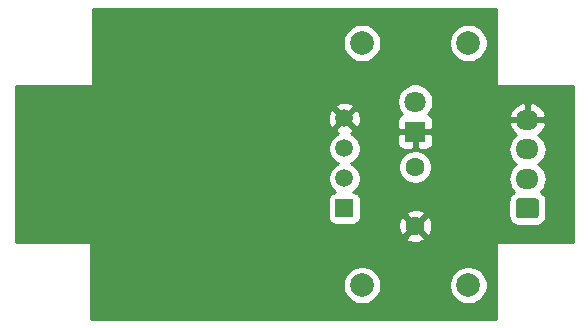
<source format=gbr>
G04 #@! TF.GenerationSoftware,KiCad,Pcbnew,5.1.10-88a1d61d58~90~ubuntu20.04.1*
G04 #@! TF.CreationDate,2022-01-16T21:05:33+00:00*
G04 #@! TF.ProjectId,hum_temp_sensor,68756d5f-7465-46d7-905f-73656e736f72,rev?*
G04 #@! TF.SameCoordinates,Original*
G04 #@! TF.FileFunction,Copper,L2,Bot*
G04 #@! TF.FilePolarity,Positive*
%FSLAX46Y46*%
G04 Gerber Fmt 4.6, Leading zero omitted, Abs format (unit mm)*
G04 Created by KiCad (PCBNEW 5.1.10-88a1d61d58~90~ubuntu20.04.1) date 2022-01-16 21:05:33*
%MOMM*%
%LPD*%
G01*
G04 APERTURE LIST*
G04 #@! TA.AperFunction,ComponentPad*
%ADD10C,1.500000*%
G04 #@! TD*
G04 #@! TA.AperFunction,ComponentPad*
%ADD11R,1.500000X1.500000*%
G04 #@! TD*
G04 #@! TA.AperFunction,ComponentPad*
%ADD12C,2.000000*%
G04 #@! TD*
G04 #@! TA.AperFunction,ComponentPad*
%ADD13O,1.950000X1.700000*%
G04 #@! TD*
G04 #@! TA.AperFunction,ComponentPad*
%ADD14C,1.800000*%
G04 #@! TD*
G04 #@! TA.AperFunction,ComponentPad*
%ADD15R,1.800000X1.800000*%
G04 #@! TD*
G04 #@! TA.AperFunction,ComponentPad*
%ADD16C,1.600000*%
G04 #@! TD*
G04 #@! TA.AperFunction,Conductor*
%ADD17C,0.254000*%
G04 #@! TD*
G04 #@! TA.AperFunction,Conductor*
%ADD18C,0.100000*%
G04 #@! TD*
G04 APERTURE END LIST*
D10*
X114000000Y-105380000D03*
X114000000Y-107920000D03*
X114000000Y-110460000D03*
D11*
X114000000Y-113000000D03*
D12*
X115500000Y-99000000D03*
X124500000Y-99000000D03*
X124500000Y-119500000D03*
X115500000Y-119500000D03*
D13*
X129500000Y-105500000D03*
X129500000Y-108000000D03*
X129500000Y-110500000D03*
G04 #@! TA.AperFunction,ComponentPad*
G36*
G01*
X130225000Y-113850000D02*
X128775000Y-113850000D01*
G75*
G02*
X128525000Y-113600000I0J250000D01*
G01*
X128525000Y-112400000D01*
G75*
G02*
X128775000Y-112150000I250000J0D01*
G01*
X130225000Y-112150000D01*
G75*
G02*
X130475000Y-112400000I0J-250000D01*
G01*
X130475000Y-113600000D01*
G75*
G02*
X130225000Y-113850000I-250000J0D01*
G01*
G37*
G04 #@! TD.AperFunction*
D14*
X120000000Y-103960000D03*
D15*
X120000000Y-106500000D03*
D16*
X120000000Y-114500000D03*
X120000000Y-109500000D03*
D17*
X126873000Y-102489000D02*
X126875440Y-102513776D01*
X126882667Y-102537601D01*
X126894403Y-102559557D01*
X126910197Y-102578803D01*
X126929443Y-102594597D01*
X126951399Y-102606333D01*
X126975224Y-102613560D01*
X127000000Y-102616000D01*
X133340000Y-102616000D01*
X133340001Y-115824000D01*
X127000000Y-115824000D01*
X126975224Y-115826440D01*
X126951399Y-115833667D01*
X126929443Y-115845403D01*
X126910197Y-115861197D01*
X126894403Y-115880443D01*
X126882667Y-115902399D01*
X126875440Y-115926224D01*
X126873000Y-115951000D01*
X126873000Y-122340000D01*
X92583000Y-122340000D01*
X92583000Y-119338967D01*
X113865000Y-119338967D01*
X113865000Y-119661033D01*
X113927832Y-119976912D01*
X114051082Y-120274463D01*
X114230013Y-120542252D01*
X114457748Y-120769987D01*
X114725537Y-120948918D01*
X115023088Y-121072168D01*
X115338967Y-121135000D01*
X115661033Y-121135000D01*
X115976912Y-121072168D01*
X116274463Y-120948918D01*
X116542252Y-120769987D01*
X116769987Y-120542252D01*
X116948918Y-120274463D01*
X117072168Y-119976912D01*
X117135000Y-119661033D01*
X117135000Y-119338967D01*
X122865000Y-119338967D01*
X122865000Y-119661033D01*
X122927832Y-119976912D01*
X123051082Y-120274463D01*
X123230013Y-120542252D01*
X123457748Y-120769987D01*
X123725537Y-120948918D01*
X124023088Y-121072168D01*
X124338967Y-121135000D01*
X124661033Y-121135000D01*
X124976912Y-121072168D01*
X125274463Y-120948918D01*
X125542252Y-120769987D01*
X125769987Y-120542252D01*
X125948918Y-120274463D01*
X126072168Y-119976912D01*
X126135000Y-119661033D01*
X126135000Y-119338967D01*
X126072168Y-119023088D01*
X125948918Y-118725537D01*
X125769987Y-118457748D01*
X125542252Y-118230013D01*
X125274463Y-118051082D01*
X124976912Y-117927832D01*
X124661033Y-117865000D01*
X124338967Y-117865000D01*
X124023088Y-117927832D01*
X123725537Y-118051082D01*
X123457748Y-118230013D01*
X123230013Y-118457748D01*
X123051082Y-118725537D01*
X122927832Y-119023088D01*
X122865000Y-119338967D01*
X117135000Y-119338967D01*
X117072168Y-119023088D01*
X116948918Y-118725537D01*
X116769987Y-118457748D01*
X116542252Y-118230013D01*
X116274463Y-118051082D01*
X115976912Y-117927832D01*
X115661033Y-117865000D01*
X115338967Y-117865000D01*
X115023088Y-117927832D01*
X114725537Y-118051082D01*
X114457748Y-118230013D01*
X114230013Y-118457748D01*
X114051082Y-118725537D01*
X113927832Y-119023088D01*
X113865000Y-119338967D01*
X92583000Y-119338967D01*
X92583000Y-115951000D01*
X92580560Y-115926224D01*
X92573333Y-115902399D01*
X92561597Y-115880443D01*
X92545803Y-115861197D01*
X92526557Y-115845403D01*
X92504601Y-115833667D01*
X92480776Y-115826440D01*
X92456000Y-115824000D01*
X86160000Y-115824000D01*
X86160000Y-115492702D01*
X119186903Y-115492702D01*
X119258486Y-115736671D01*
X119513996Y-115857571D01*
X119788184Y-115926300D01*
X120070512Y-115940217D01*
X120350130Y-115898787D01*
X120616292Y-115803603D01*
X120741514Y-115736671D01*
X120813097Y-115492702D01*
X120000000Y-114679605D01*
X119186903Y-115492702D01*
X86160000Y-115492702D01*
X86160000Y-114570512D01*
X118559783Y-114570512D01*
X118601213Y-114850130D01*
X118696397Y-115116292D01*
X118763329Y-115241514D01*
X119007298Y-115313097D01*
X119820395Y-114500000D01*
X120179605Y-114500000D01*
X120992702Y-115313097D01*
X121236671Y-115241514D01*
X121357571Y-114986004D01*
X121426300Y-114711816D01*
X121440217Y-114429488D01*
X121398787Y-114149870D01*
X121303603Y-113883708D01*
X121236671Y-113758486D01*
X120992702Y-113686903D01*
X120179605Y-114500000D01*
X119820395Y-114500000D01*
X119007298Y-113686903D01*
X118763329Y-113758486D01*
X118642429Y-114013996D01*
X118573700Y-114288184D01*
X118559783Y-114570512D01*
X86160000Y-114570512D01*
X86160000Y-112250000D01*
X112611928Y-112250000D01*
X112611928Y-113750000D01*
X112624188Y-113874482D01*
X112660498Y-113994180D01*
X112719463Y-114104494D01*
X112798815Y-114201185D01*
X112895506Y-114280537D01*
X113005820Y-114339502D01*
X113125518Y-114375812D01*
X113250000Y-114388072D01*
X114750000Y-114388072D01*
X114874482Y-114375812D01*
X114994180Y-114339502D01*
X115104494Y-114280537D01*
X115201185Y-114201185D01*
X115280537Y-114104494D01*
X115339502Y-113994180D01*
X115375812Y-113874482D01*
X115388072Y-113750000D01*
X115388072Y-113507298D01*
X119186903Y-113507298D01*
X120000000Y-114320395D01*
X120813097Y-113507298D01*
X120741514Y-113263329D01*
X120486004Y-113142429D01*
X120211816Y-113073700D01*
X119929488Y-113059783D01*
X119649870Y-113101213D01*
X119383708Y-113196397D01*
X119258486Y-113263329D01*
X119186903Y-113507298D01*
X115388072Y-113507298D01*
X115388072Y-112250000D01*
X115375812Y-112125518D01*
X115339502Y-112005820D01*
X115280537Y-111895506D01*
X115201185Y-111798815D01*
X115104494Y-111719463D01*
X114994180Y-111660498D01*
X114874482Y-111624188D01*
X114766517Y-111613555D01*
X114882886Y-111535799D01*
X115075799Y-111342886D01*
X115227371Y-111116043D01*
X115331775Y-110863989D01*
X115385000Y-110596411D01*
X115385000Y-110323589D01*
X115331775Y-110056011D01*
X115227371Y-109803957D01*
X115075799Y-109577114D01*
X114882886Y-109384201D01*
X114844669Y-109358665D01*
X118565000Y-109358665D01*
X118565000Y-109641335D01*
X118620147Y-109918574D01*
X118728320Y-110179727D01*
X118885363Y-110414759D01*
X119085241Y-110614637D01*
X119320273Y-110771680D01*
X119581426Y-110879853D01*
X119858665Y-110935000D01*
X120141335Y-110935000D01*
X120418574Y-110879853D01*
X120679727Y-110771680D01*
X120914759Y-110614637D01*
X121114637Y-110414759D01*
X121271680Y-110179727D01*
X121379853Y-109918574D01*
X121435000Y-109641335D01*
X121435000Y-109358665D01*
X121379853Y-109081426D01*
X121271680Y-108820273D01*
X121114637Y-108585241D01*
X120914759Y-108385363D01*
X120679727Y-108228320D01*
X120418574Y-108120147D01*
X120141335Y-108065000D01*
X119858665Y-108065000D01*
X119581426Y-108120147D01*
X119320273Y-108228320D01*
X119085241Y-108385363D01*
X118885363Y-108585241D01*
X118728320Y-108820273D01*
X118620147Y-109081426D01*
X118565000Y-109358665D01*
X114844669Y-109358665D01*
X114656043Y-109232629D01*
X114553127Y-109190000D01*
X114656043Y-109147371D01*
X114882886Y-108995799D01*
X115075799Y-108802886D01*
X115227371Y-108576043D01*
X115331775Y-108323989D01*
X115385000Y-108056411D01*
X115385000Y-107783589D01*
X115331775Y-107516011D01*
X115283722Y-107400000D01*
X118461928Y-107400000D01*
X118474188Y-107524482D01*
X118510498Y-107644180D01*
X118569463Y-107754494D01*
X118648815Y-107851185D01*
X118745506Y-107930537D01*
X118855820Y-107989502D01*
X118975518Y-108025812D01*
X119100000Y-108038072D01*
X119714250Y-108035000D01*
X119873000Y-107876250D01*
X119873000Y-106627000D01*
X120127000Y-106627000D01*
X120127000Y-107876250D01*
X120285750Y-108035000D01*
X120900000Y-108038072D01*
X121024482Y-108025812D01*
X121109572Y-108000000D01*
X127882815Y-108000000D01*
X127911487Y-108291111D01*
X127996401Y-108571034D01*
X128134294Y-108829014D01*
X128319866Y-109055134D01*
X128545986Y-109240706D01*
X128563374Y-109250000D01*
X128545986Y-109259294D01*
X128319866Y-109444866D01*
X128134294Y-109670986D01*
X127996401Y-109928966D01*
X127911487Y-110208889D01*
X127882815Y-110500000D01*
X127911487Y-110791111D01*
X127996401Y-111071034D01*
X128134294Y-111329014D01*
X128319866Y-111555134D01*
X128383337Y-111607223D01*
X128281614Y-111661595D01*
X128147038Y-111772038D01*
X128036595Y-111906614D01*
X127954528Y-112060150D01*
X127903992Y-112226746D01*
X127886928Y-112400000D01*
X127886928Y-113600000D01*
X127903992Y-113773254D01*
X127954528Y-113939850D01*
X128036595Y-114093386D01*
X128147038Y-114227962D01*
X128281614Y-114338405D01*
X128435150Y-114420472D01*
X128601746Y-114471008D01*
X128775000Y-114488072D01*
X130225000Y-114488072D01*
X130398254Y-114471008D01*
X130564850Y-114420472D01*
X130718386Y-114338405D01*
X130852962Y-114227962D01*
X130963405Y-114093386D01*
X131045472Y-113939850D01*
X131096008Y-113773254D01*
X131113072Y-113600000D01*
X131113072Y-112400000D01*
X131096008Y-112226746D01*
X131045472Y-112060150D01*
X130963405Y-111906614D01*
X130852962Y-111772038D01*
X130718386Y-111661595D01*
X130616663Y-111607223D01*
X130680134Y-111555134D01*
X130865706Y-111329014D01*
X131003599Y-111071034D01*
X131088513Y-110791111D01*
X131117185Y-110500000D01*
X131088513Y-110208889D01*
X131003599Y-109928966D01*
X130865706Y-109670986D01*
X130680134Y-109444866D01*
X130454014Y-109259294D01*
X130436626Y-109250000D01*
X130454014Y-109240706D01*
X130680134Y-109055134D01*
X130865706Y-108829014D01*
X131003599Y-108571034D01*
X131088513Y-108291111D01*
X131117185Y-108000000D01*
X131088513Y-107708889D01*
X131003599Y-107428966D01*
X130865706Y-107170986D01*
X130680134Y-106944866D01*
X130454014Y-106759294D01*
X130428278Y-106745538D01*
X130634429Y-106589049D01*
X130827496Y-106371193D01*
X130974352Y-106119858D01*
X131066476Y-105856890D01*
X130945155Y-105627000D01*
X129627000Y-105627000D01*
X129627000Y-105647000D01*
X129373000Y-105647000D01*
X129373000Y-105627000D01*
X128054845Y-105627000D01*
X127933524Y-105856890D01*
X128025648Y-106119858D01*
X128172504Y-106371193D01*
X128365571Y-106589049D01*
X128571722Y-106745538D01*
X128545986Y-106759294D01*
X128319866Y-106944866D01*
X128134294Y-107170986D01*
X127996401Y-107428966D01*
X127911487Y-107708889D01*
X127882815Y-108000000D01*
X121109572Y-108000000D01*
X121144180Y-107989502D01*
X121254494Y-107930537D01*
X121351185Y-107851185D01*
X121430537Y-107754494D01*
X121489502Y-107644180D01*
X121525812Y-107524482D01*
X121538072Y-107400000D01*
X121535000Y-106785750D01*
X121376250Y-106627000D01*
X120127000Y-106627000D01*
X119873000Y-106627000D01*
X118623750Y-106627000D01*
X118465000Y-106785750D01*
X118461928Y-107400000D01*
X115283722Y-107400000D01*
X115227371Y-107263957D01*
X115075799Y-107037114D01*
X114882886Y-106844201D01*
X114656043Y-106692629D01*
X114556721Y-106651489D01*
X114598832Y-106636277D01*
X114711863Y-106575860D01*
X114777388Y-106336993D01*
X114000000Y-105559605D01*
X113222612Y-106336993D01*
X113288137Y-106575860D01*
X113446477Y-106650164D01*
X113343957Y-106692629D01*
X113117114Y-106844201D01*
X112924201Y-107037114D01*
X112772629Y-107263957D01*
X112668225Y-107516011D01*
X112615000Y-107783589D01*
X112615000Y-108056411D01*
X112668225Y-108323989D01*
X112772629Y-108576043D01*
X112924201Y-108802886D01*
X113117114Y-108995799D01*
X113343957Y-109147371D01*
X113446873Y-109190000D01*
X113343957Y-109232629D01*
X113117114Y-109384201D01*
X112924201Y-109577114D01*
X112772629Y-109803957D01*
X112668225Y-110056011D01*
X112615000Y-110323589D01*
X112615000Y-110596411D01*
X112668225Y-110863989D01*
X112772629Y-111116043D01*
X112924201Y-111342886D01*
X113117114Y-111535799D01*
X113233483Y-111613555D01*
X113125518Y-111624188D01*
X113005820Y-111660498D01*
X112895506Y-111719463D01*
X112798815Y-111798815D01*
X112719463Y-111895506D01*
X112660498Y-112005820D01*
X112624188Y-112125518D01*
X112611928Y-112250000D01*
X86160000Y-112250000D01*
X86160000Y-105452492D01*
X112610188Y-105452492D01*
X112651035Y-105722238D01*
X112743723Y-105978832D01*
X112804140Y-106091863D01*
X113043007Y-106157388D01*
X113820395Y-105380000D01*
X114179605Y-105380000D01*
X114956993Y-106157388D01*
X115195860Y-106091863D01*
X115311760Y-105844884D01*
X115372314Y-105600000D01*
X118461928Y-105600000D01*
X118465000Y-106214250D01*
X118623750Y-106373000D01*
X119873000Y-106373000D01*
X119873000Y-106353000D01*
X120127000Y-106353000D01*
X120127000Y-106373000D01*
X121376250Y-106373000D01*
X121535000Y-106214250D01*
X121538072Y-105600000D01*
X121525812Y-105475518D01*
X121489502Y-105355820D01*
X121430537Y-105245506D01*
X121351185Y-105148815D01*
X121344234Y-105143110D01*
X127933524Y-105143110D01*
X128054845Y-105373000D01*
X129373000Y-105373000D01*
X129373000Y-104173835D01*
X129627000Y-104173835D01*
X129627000Y-105373000D01*
X130945155Y-105373000D01*
X131066476Y-105143110D01*
X130974352Y-104880142D01*
X130827496Y-104628807D01*
X130634429Y-104410951D01*
X130402570Y-104234947D01*
X130140830Y-104107558D01*
X129859267Y-104033680D01*
X129627000Y-104173835D01*
X129373000Y-104173835D01*
X129140733Y-104033680D01*
X128859170Y-104107558D01*
X128597430Y-104234947D01*
X128365571Y-104410951D01*
X128172504Y-104628807D01*
X128025648Y-104880142D01*
X127933524Y-105143110D01*
X121344234Y-105143110D01*
X121254494Y-105069463D01*
X121144180Y-105010498D01*
X121125873Y-105004944D01*
X121192312Y-104938505D01*
X121360299Y-104687095D01*
X121476011Y-104407743D01*
X121535000Y-104111184D01*
X121535000Y-103808816D01*
X121476011Y-103512257D01*
X121360299Y-103232905D01*
X121192312Y-102981495D01*
X120978505Y-102767688D01*
X120727095Y-102599701D01*
X120447743Y-102483989D01*
X120151184Y-102425000D01*
X119848816Y-102425000D01*
X119552257Y-102483989D01*
X119272905Y-102599701D01*
X119021495Y-102767688D01*
X118807688Y-102981495D01*
X118639701Y-103232905D01*
X118523989Y-103512257D01*
X118465000Y-103808816D01*
X118465000Y-104111184D01*
X118523989Y-104407743D01*
X118639701Y-104687095D01*
X118807688Y-104938505D01*
X118874127Y-105004944D01*
X118855820Y-105010498D01*
X118745506Y-105069463D01*
X118648815Y-105148815D01*
X118569463Y-105245506D01*
X118510498Y-105355820D01*
X118474188Y-105475518D01*
X118461928Y-105600000D01*
X115372314Y-105600000D01*
X115377250Y-105580040D01*
X115389812Y-105307508D01*
X115348965Y-105037762D01*
X115256277Y-104781168D01*
X115195860Y-104668137D01*
X114956993Y-104602612D01*
X114179605Y-105380000D01*
X113820395Y-105380000D01*
X113043007Y-104602612D01*
X112804140Y-104668137D01*
X112688240Y-104915116D01*
X112622750Y-105179960D01*
X112610188Y-105452492D01*
X86160000Y-105452492D01*
X86160000Y-104423007D01*
X113222612Y-104423007D01*
X114000000Y-105200395D01*
X114777388Y-104423007D01*
X114711863Y-104184140D01*
X114464884Y-104068240D01*
X114200040Y-104002750D01*
X113927508Y-103990188D01*
X113657762Y-104031035D01*
X113401168Y-104123723D01*
X113288137Y-104184140D01*
X113222612Y-104423007D01*
X86160000Y-104423007D01*
X86160000Y-102616000D01*
X92583000Y-102616000D01*
X92607776Y-102613560D01*
X92631601Y-102606333D01*
X92653557Y-102594597D01*
X92672803Y-102578803D01*
X92688597Y-102559557D01*
X92700333Y-102537601D01*
X92707560Y-102513776D01*
X92710000Y-102489000D01*
X92710000Y-98838967D01*
X113865000Y-98838967D01*
X113865000Y-99161033D01*
X113927832Y-99476912D01*
X114051082Y-99774463D01*
X114230013Y-100042252D01*
X114457748Y-100269987D01*
X114725537Y-100448918D01*
X115023088Y-100572168D01*
X115338967Y-100635000D01*
X115661033Y-100635000D01*
X115976912Y-100572168D01*
X116274463Y-100448918D01*
X116542252Y-100269987D01*
X116769987Y-100042252D01*
X116948918Y-99774463D01*
X117072168Y-99476912D01*
X117135000Y-99161033D01*
X117135000Y-98838967D01*
X122865000Y-98838967D01*
X122865000Y-99161033D01*
X122927832Y-99476912D01*
X123051082Y-99774463D01*
X123230013Y-100042252D01*
X123457748Y-100269987D01*
X123725537Y-100448918D01*
X124023088Y-100572168D01*
X124338967Y-100635000D01*
X124661033Y-100635000D01*
X124976912Y-100572168D01*
X125274463Y-100448918D01*
X125542252Y-100269987D01*
X125769987Y-100042252D01*
X125948918Y-99774463D01*
X126072168Y-99476912D01*
X126135000Y-99161033D01*
X126135000Y-98838967D01*
X126072168Y-98523088D01*
X125948918Y-98225537D01*
X125769987Y-97957748D01*
X125542252Y-97730013D01*
X125274463Y-97551082D01*
X124976912Y-97427832D01*
X124661033Y-97365000D01*
X124338967Y-97365000D01*
X124023088Y-97427832D01*
X123725537Y-97551082D01*
X123457748Y-97730013D01*
X123230013Y-97957748D01*
X123051082Y-98225537D01*
X122927832Y-98523088D01*
X122865000Y-98838967D01*
X117135000Y-98838967D01*
X117072168Y-98523088D01*
X116948918Y-98225537D01*
X116769987Y-97957748D01*
X116542252Y-97730013D01*
X116274463Y-97551082D01*
X115976912Y-97427832D01*
X115661033Y-97365000D01*
X115338967Y-97365000D01*
X115023088Y-97427832D01*
X114725537Y-97551082D01*
X114457748Y-97730013D01*
X114230013Y-97957748D01*
X114051082Y-98225537D01*
X113927832Y-98523088D01*
X113865000Y-98838967D01*
X92710000Y-98838967D01*
X92710000Y-96160000D01*
X126873000Y-96160000D01*
X126873000Y-102489000D01*
G04 #@! TA.AperFunction,Conductor*
D18*
G36*
X126873000Y-102489000D02*
G01*
X126875440Y-102513776D01*
X126882667Y-102537601D01*
X126894403Y-102559557D01*
X126910197Y-102578803D01*
X126929443Y-102594597D01*
X126951399Y-102606333D01*
X126975224Y-102613560D01*
X127000000Y-102616000D01*
X133340000Y-102616000D01*
X133340001Y-115824000D01*
X127000000Y-115824000D01*
X126975224Y-115826440D01*
X126951399Y-115833667D01*
X126929443Y-115845403D01*
X126910197Y-115861197D01*
X126894403Y-115880443D01*
X126882667Y-115902399D01*
X126875440Y-115926224D01*
X126873000Y-115951000D01*
X126873000Y-122340000D01*
X92583000Y-122340000D01*
X92583000Y-119338967D01*
X113865000Y-119338967D01*
X113865000Y-119661033D01*
X113927832Y-119976912D01*
X114051082Y-120274463D01*
X114230013Y-120542252D01*
X114457748Y-120769987D01*
X114725537Y-120948918D01*
X115023088Y-121072168D01*
X115338967Y-121135000D01*
X115661033Y-121135000D01*
X115976912Y-121072168D01*
X116274463Y-120948918D01*
X116542252Y-120769987D01*
X116769987Y-120542252D01*
X116948918Y-120274463D01*
X117072168Y-119976912D01*
X117135000Y-119661033D01*
X117135000Y-119338967D01*
X122865000Y-119338967D01*
X122865000Y-119661033D01*
X122927832Y-119976912D01*
X123051082Y-120274463D01*
X123230013Y-120542252D01*
X123457748Y-120769987D01*
X123725537Y-120948918D01*
X124023088Y-121072168D01*
X124338967Y-121135000D01*
X124661033Y-121135000D01*
X124976912Y-121072168D01*
X125274463Y-120948918D01*
X125542252Y-120769987D01*
X125769987Y-120542252D01*
X125948918Y-120274463D01*
X126072168Y-119976912D01*
X126135000Y-119661033D01*
X126135000Y-119338967D01*
X126072168Y-119023088D01*
X125948918Y-118725537D01*
X125769987Y-118457748D01*
X125542252Y-118230013D01*
X125274463Y-118051082D01*
X124976912Y-117927832D01*
X124661033Y-117865000D01*
X124338967Y-117865000D01*
X124023088Y-117927832D01*
X123725537Y-118051082D01*
X123457748Y-118230013D01*
X123230013Y-118457748D01*
X123051082Y-118725537D01*
X122927832Y-119023088D01*
X122865000Y-119338967D01*
X117135000Y-119338967D01*
X117072168Y-119023088D01*
X116948918Y-118725537D01*
X116769987Y-118457748D01*
X116542252Y-118230013D01*
X116274463Y-118051082D01*
X115976912Y-117927832D01*
X115661033Y-117865000D01*
X115338967Y-117865000D01*
X115023088Y-117927832D01*
X114725537Y-118051082D01*
X114457748Y-118230013D01*
X114230013Y-118457748D01*
X114051082Y-118725537D01*
X113927832Y-119023088D01*
X113865000Y-119338967D01*
X92583000Y-119338967D01*
X92583000Y-115951000D01*
X92580560Y-115926224D01*
X92573333Y-115902399D01*
X92561597Y-115880443D01*
X92545803Y-115861197D01*
X92526557Y-115845403D01*
X92504601Y-115833667D01*
X92480776Y-115826440D01*
X92456000Y-115824000D01*
X86160000Y-115824000D01*
X86160000Y-115492702D01*
X119186903Y-115492702D01*
X119258486Y-115736671D01*
X119513996Y-115857571D01*
X119788184Y-115926300D01*
X120070512Y-115940217D01*
X120350130Y-115898787D01*
X120616292Y-115803603D01*
X120741514Y-115736671D01*
X120813097Y-115492702D01*
X120000000Y-114679605D01*
X119186903Y-115492702D01*
X86160000Y-115492702D01*
X86160000Y-114570512D01*
X118559783Y-114570512D01*
X118601213Y-114850130D01*
X118696397Y-115116292D01*
X118763329Y-115241514D01*
X119007298Y-115313097D01*
X119820395Y-114500000D01*
X120179605Y-114500000D01*
X120992702Y-115313097D01*
X121236671Y-115241514D01*
X121357571Y-114986004D01*
X121426300Y-114711816D01*
X121440217Y-114429488D01*
X121398787Y-114149870D01*
X121303603Y-113883708D01*
X121236671Y-113758486D01*
X120992702Y-113686903D01*
X120179605Y-114500000D01*
X119820395Y-114500000D01*
X119007298Y-113686903D01*
X118763329Y-113758486D01*
X118642429Y-114013996D01*
X118573700Y-114288184D01*
X118559783Y-114570512D01*
X86160000Y-114570512D01*
X86160000Y-112250000D01*
X112611928Y-112250000D01*
X112611928Y-113750000D01*
X112624188Y-113874482D01*
X112660498Y-113994180D01*
X112719463Y-114104494D01*
X112798815Y-114201185D01*
X112895506Y-114280537D01*
X113005820Y-114339502D01*
X113125518Y-114375812D01*
X113250000Y-114388072D01*
X114750000Y-114388072D01*
X114874482Y-114375812D01*
X114994180Y-114339502D01*
X115104494Y-114280537D01*
X115201185Y-114201185D01*
X115280537Y-114104494D01*
X115339502Y-113994180D01*
X115375812Y-113874482D01*
X115388072Y-113750000D01*
X115388072Y-113507298D01*
X119186903Y-113507298D01*
X120000000Y-114320395D01*
X120813097Y-113507298D01*
X120741514Y-113263329D01*
X120486004Y-113142429D01*
X120211816Y-113073700D01*
X119929488Y-113059783D01*
X119649870Y-113101213D01*
X119383708Y-113196397D01*
X119258486Y-113263329D01*
X119186903Y-113507298D01*
X115388072Y-113507298D01*
X115388072Y-112250000D01*
X115375812Y-112125518D01*
X115339502Y-112005820D01*
X115280537Y-111895506D01*
X115201185Y-111798815D01*
X115104494Y-111719463D01*
X114994180Y-111660498D01*
X114874482Y-111624188D01*
X114766517Y-111613555D01*
X114882886Y-111535799D01*
X115075799Y-111342886D01*
X115227371Y-111116043D01*
X115331775Y-110863989D01*
X115385000Y-110596411D01*
X115385000Y-110323589D01*
X115331775Y-110056011D01*
X115227371Y-109803957D01*
X115075799Y-109577114D01*
X114882886Y-109384201D01*
X114844669Y-109358665D01*
X118565000Y-109358665D01*
X118565000Y-109641335D01*
X118620147Y-109918574D01*
X118728320Y-110179727D01*
X118885363Y-110414759D01*
X119085241Y-110614637D01*
X119320273Y-110771680D01*
X119581426Y-110879853D01*
X119858665Y-110935000D01*
X120141335Y-110935000D01*
X120418574Y-110879853D01*
X120679727Y-110771680D01*
X120914759Y-110614637D01*
X121114637Y-110414759D01*
X121271680Y-110179727D01*
X121379853Y-109918574D01*
X121435000Y-109641335D01*
X121435000Y-109358665D01*
X121379853Y-109081426D01*
X121271680Y-108820273D01*
X121114637Y-108585241D01*
X120914759Y-108385363D01*
X120679727Y-108228320D01*
X120418574Y-108120147D01*
X120141335Y-108065000D01*
X119858665Y-108065000D01*
X119581426Y-108120147D01*
X119320273Y-108228320D01*
X119085241Y-108385363D01*
X118885363Y-108585241D01*
X118728320Y-108820273D01*
X118620147Y-109081426D01*
X118565000Y-109358665D01*
X114844669Y-109358665D01*
X114656043Y-109232629D01*
X114553127Y-109190000D01*
X114656043Y-109147371D01*
X114882886Y-108995799D01*
X115075799Y-108802886D01*
X115227371Y-108576043D01*
X115331775Y-108323989D01*
X115385000Y-108056411D01*
X115385000Y-107783589D01*
X115331775Y-107516011D01*
X115283722Y-107400000D01*
X118461928Y-107400000D01*
X118474188Y-107524482D01*
X118510498Y-107644180D01*
X118569463Y-107754494D01*
X118648815Y-107851185D01*
X118745506Y-107930537D01*
X118855820Y-107989502D01*
X118975518Y-108025812D01*
X119100000Y-108038072D01*
X119714250Y-108035000D01*
X119873000Y-107876250D01*
X119873000Y-106627000D01*
X120127000Y-106627000D01*
X120127000Y-107876250D01*
X120285750Y-108035000D01*
X120900000Y-108038072D01*
X121024482Y-108025812D01*
X121109572Y-108000000D01*
X127882815Y-108000000D01*
X127911487Y-108291111D01*
X127996401Y-108571034D01*
X128134294Y-108829014D01*
X128319866Y-109055134D01*
X128545986Y-109240706D01*
X128563374Y-109250000D01*
X128545986Y-109259294D01*
X128319866Y-109444866D01*
X128134294Y-109670986D01*
X127996401Y-109928966D01*
X127911487Y-110208889D01*
X127882815Y-110500000D01*
X127911487Y-110791111D01*
X127996401Y-111071034D01*
X128134294Y-111329014D01*
X128319866Y-111555134D01*
X128383337Y-111607223D01*
X128281614Y-111661595D01*
X128147038Y-111772038D01*
X128036595Y-111906614D01*
X127954528Y-112060150D01*
X127903992Y-112226746D01*
X127886928Y-112400000D01*
X127886928Y-113600000D01*
X127903992Y-113773254D01*
X127954528Y-113939850D01*
X128036595Y-114093386D01*
X128147038Y-114227962D01*
X128281614Y-114338405D01*
X128435150Y-114420472D01*
X128601746Y-114471008D01*
X128775000Y-114488072D01*
X130225000Y-114488072D01*
X130398254Y-114471008D01*
X130564850Y-114420472D01*
X130718386Y-114338405D01*
X130852962Y-114227962D01*
X130963405Y-114093386D01*
X131045472Y-113939850D01*
X131096008Y-113773254D01*
X131113072Y-113600000D01*
X131113072Y-112400000D01*
X131096008Y-112226746D01*
X131045472Y-112060150D01*
X130963405Y-111906614D01*
X130852962Y-111772038D01*
X130718386Y-111661595D01*
X130616663Y-111607223D01*
X130680134Y-111555134D01*
X130865706Y-111329014D01*
X131003599Y-111071034D01*
X131088513Y-110791111D01*
X131117185Y-110500000D01*
X131088513Y-110208889D01*
X131003599Y-109928966D01*
X130865706Y-109670986D01*
X130680134Y-109444866D01*
X130454014Y-109259294D01*
X130436626Y-109250000D01*
X130454014Y-109240706D01*
X130680134Y-109055134D01*
X130865706Y-108829014D01*
X131003599Y-108571034D01*
X131088513Y-108291111D01*
X131117185Y-108000000D01*
X131088513Y-107708889D01*
X131003599Y-107428966D01*
X130865706Y-107170986D01*
X130680134Y-106944866D01*
X130454014Y-106759294D01*
X130428278Y-106745538D01*
X130634429Y-106589049D01*
X130827496Y-106371193D01*
X130974352Y-106119858D01*
X131066476Y-105856890D01*
X130945155Y-105627000D01*
X129627000Y-105627000D01*
X129627000Y-105647000D01*
X129373000Y-105647000D01*
X129373000Y-105627000D01*
X128054845Y-105627000D01*
X127933524Y-105856890D01*
X128025648Y-106119858D01*
X128172504Y-106371193D01*
X128365571Y-106589049D01*
X128571722Y-106745538D01*
X128545986Y-106759294D01*
X128319866Y-106944866D01*
X128134294Y-107170986D01*
X127996401Y-107428966D01*
X127911487Y-107708889D01*
X127882815Y-108000000D01*
X121109572Y-108000000D01*
X121144180Y-107989502D01*
X121254494Y-107930537D01*
X121351185Y-107851185D01*
X121430537Y-107754494D01*
X121489502Y-107644180D01*
X121525812Y-107524482D01*
X121538072Y-107400000D01*
X121535000Y-106785750D01*
X121376250Y-106627000D01*
X120127000Y-106627000D01*
X119873000Y-106627000D01*
X118623750Y-106627000D01*
X118465000Y-106785750D01*
X118461928Y-107400000D01*
X115283722Y-107400000D01*
X115227371Y-107263957D01*
X115075799Y-107037114D01*
X114882886Y-106844201D01*
X114656043Y-106692629D01*
X114556721Y-106651489D01*
X114598832Y-106636277D01*
X114711863Y-106575860D01*
X114777388Y-106336993D01*
X114000000Y-105559605D01*
X113222612Y-106336993D01*
X113288137Y-106575860D01*
X113446477Y-106650164D01*
X113343957Y-106692629D01*
X113117114Y-106844201D01*
X112924201Y-107037114D01*
X112772629Y-107263957D01*
X112668225Y-107516011D01*
X112615000Y-107783589D01*
X112615000Y-108056411D01*
X112668225Y-108323989D01*
X112772629Y-108576043D01*
X112924201Y-108802886D01*
X113117114Y-108995799D01*
X113343957Y-109147371D01*
X113446873Y-109190000D01*
X113343957Y-109232629D01*
X113117114Y-109384201D01*
X112924201Y-109577114D01*
X112772629Y-109803957D01*
X112668225Y-110056011D01*
X112615000Y-110323589D01*
X112615000Y-110596411D01*
X112668225Y-110863989D01*
X112772629Y-111116043D01*
X112924201Y-111342886D01*
X113117114Y-111535799D01*
X113233483Y-111613555D01*
X113125518Y-111624188D01*
X113005820Y-111660498D01*
X112895506Y-111719463D01*
X112798815Y-111798815D01*
X112719463Y-111895506D01*
X112660498Y-112005820D01*
X112624188Y-112125518D01*
X112611928Y-112250000D01*
X86160000Y-112250000D01*
X86160000Y-105452492D01*
X112610188Y-105452492D01*
X112651035Y-105722238D01*
X112743723Y-105978832D01*
X112804140Y-106091863D01*
X113043007Y-106157388D01*
X113820395Y-105380000D01*
X114179605Y-105380000D01*
X114956993Y-106157388D01*
X115195860Y-106091863D01*
X115311760Y-105844884D01*
X115372314Y-105600000D01*
X118461928Y-105600000D01*
X118465000Y-106214250D01*
X118623750Y-106373000D01*
X119873000Y-106373000D01*
X119873000Y-106353000D01*
X120127000Y-106353000D01*
X120127000Y-106373000D01*
X121376250Y-106373000D01*
X121535000Y-106214250D01*
X121538072Y-105600000D01*
X121525812Y-105475518D01*
X121489502Y-105355820D01*
X121430537Y-105245506D01*
X121351185Y-105148815D01*
X121344234Y-105143110D01*
X127933524Y-105143110D01*
X128054845Y-105373000D01*
X129373000Y-105373000D01*
X129373000Y-104173835D01*
X129627000Y-104173835D01*
X129627000Y-105373000D01*
X130945155Y-105373000D01*
X131066476Y-105143110D01*
X130974352Y-104880142D01*
X130827496Y-104628807D01*
X130634429Y-104410951D01*
X130402570Y-104234947D01*
X130140830Y-104107558D01*
X129859267Y-104033680D01*
X129627000Y-104173835D01*
X129373000Y-104173835D01*
X129140733Y-104033680D01*
X128859170Y-104107558D01*
X128597430Y-104234947D01*
X128365571Y-104410951D01*
X128172504Y-104628807D01*
X128025648Y-104880142D01*
X127933524Y-105143110D01*
X121344234Y-105143110D01*
X121254494Y-105069463D01*
X121144180Y-105010498D01*
X121125873Y-105004944D01*
X121192312Y-104938505D01*
X121360299Y-104687095D01*
X121476011Y-104407743D01*
X121535000Y-104111184D01*
X121535000Y-103808816D01*
X121476011Y-103512257D01*
X121360299Y-103232905D01*
X121192312Y-102981495D01*
X120978505Y-102767688D01*
X120727095Y-102599701D01*
X120447743Y-102483989D01*
X120151184Y-102425000D01*
X119848816Y-102425000D01*
X119552257Y-102483989D01*
X119272905Y-102599701D01*
X119021495Y-102767688D01*
X118807688Y-102981495D01*
X118639701Y-103232905D01*
X118523989Y-103512257D01*
X118465000Y-103808816D01*
X118465000Y-104111184D01*
X118523989Y-104407743D01*
X118639701Y-104687095D01*
X118807688Y-104938505D01*
X118874127Y-105004944D01*
X118855820Y-105010498D01*
X118745506Y-105069463D01*
X118648815Y-105148815D01*
X118569463Y-105245506D01*
X118510498Y-105355820D01*
X118474188Y-105475518D01*
X118461928Y-105600000D01*
X115372314Y-105600000D01*
X115377250Y-105580040D01*
X115389812Y-105307508D01*
X115348965Y-105037762D01*
X115256277Y-104781168D01*
X115195860Y-104668137D01*
X114956993Y-104602612D01*
X114179605Y-105380000D01*
X113820395Y-105380000D01*
X113043007Y-104602612D01*
X112804140Y-104668137D01*
X112688240Y-104915116D01*
X112622750Y-105179960D01*
X112610188Y-105452492D01*
X86160000Y-105452492D01*
X86160000Y-104423007D01*
X113222612Y-104423007D01*
X114000000Y-105200395D01*
X114777388Y-104423007D01*
X114711863Y-104184140D01*
X114464884Y-104068240D01*
X114200040Y-104002750D01*
X113927508Y-103990188D01*
X113657762Y-104031035D01*
X113401168Y-104123723D01*
X113288137Y-104184140D01*
X113222612Y-104423007D01*
X86160000Y-104423007D01*
X86160000Y-102616000D01*
X92583000Y-102616000D01*
X92607776Y-102613560D01*
X92631601Y-102606333D01*
X92653557Y-102594597D01*
X92672803Y-102578803D01*
X92688597Y-102559557D01*
X92700333Y-102537601D01*
X92707560Y-102513776D01*
X92710000Y-102489000D01*
X92710000Y-98838967D01*
X113865000Y-98838967D01*
X113865000Y-99161033D01*
X113927832Y-99476912D01*
X114051082Y-99774463D01*
X114230013Y-100042252D01*
X114457748Y-100269987D01*
X114725537Y-100448918D01*
X115023088Y-100572168D01*
X115338967Y-100635000D01*
X115661033Y-100635000D01*
X115976912Y-100572168D01*
X116274463Y-100448918D01*
X116542252Y-100269987D01*
X116769987Y-100042252D01*
X116948918Y-99774463D01*
X117072168Y-99476912D01*
X117135000Y-99161033D01*
X117135000Y-98838967D01*
X122865000Y-98838967D01*
X122865000Y-99161033D01*
X122927832Y-99476912D01*
X123051082Y-99774463D01*
X123230013Y-100042252D01*
X123457748Y-100269987D01*
X123725537Y-100448918D01*
X124023088Y-100572168D01*
X124338967Y-100635000D01*
X124661033Y-100635000D01*
X124976912Y-100572168D01*
X125274463Y-100448918D01*
X125542252Y-100269987D01*
X125769987Y-100042252D01*
X125948918Y-99774463D01*
X126072168Y-99476912D01*
X126135000Y-99161033D01*
X126135000Y-98838967D01*
X126072168Y-98523088D01*
X125948918Y-98225537D01*
X125769987Y-97957748D01*
X125542252Y-97730013D01*
X125274463Y-97551082D01*
X124976912Y-97427832D01*
X124661033Y-97365000D01*
X124338967Y-97365000D01*
X124023088Y-97427832D01*
X123725537Y-97551082D01*
X123457748Y-97730013D01*
X123230013Y-97957748D01*
X123051082Y-98225537D01*
X122927832Y-98523088D01*
X122865000Y-98838967D01*
X117135000Y-98838967D01*
X117072168Y-98523088D01*
X116948918Y-98225537D01*
X116769987Y-97957748D01*
X116542252Y-97730013D01*
X116274463Y-97551082D01*
X115976912Y-97427832D01*
X115661033Y-97365000D01*
X115338967Y-97365000D01*
X115023088Y-97427832D01*
X114725537Y-97551082D01*
X114457748Y-97730013D01*
X114230013Y-97957748D01*
X114051082Y-98225537D01*
X113927832Y-98523088D01*
X113865000Y-98838967D01*
X92710000Y-98838967D01*
X92710000Y-96160000D01*
X126873000Y-96160000D01*
X126873000Y-102489000D01*
G37*
G04 #@! TD.AperFunction*
M02*

</source>
